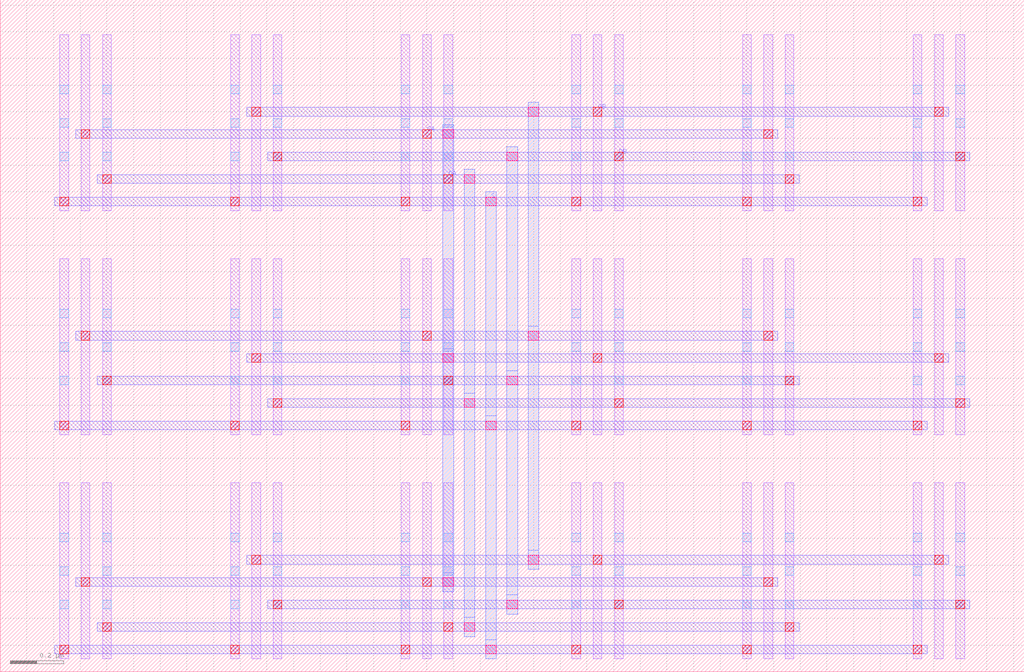
<source format=lef>
MACRO CMC_NMOS_n12_X3_Y1
  ORIGIN 0 0 ;
  FOREIGN CMC_NMOS_n12_X3_Y1 0 0 ;
  SIZE 3.8400 BY 0.8400 ;
  PIN SA
    DIRECTION INOUT ;
    USE SIGNAL ;
    PORT
      LAYER M2 ;
        RECT 0.2040 0.0680 2.8360 0.1000 ;
    END
  END SA
  PIN SB
    DIRECTION INOUT ;
    USE SIGNAL ;
    PORT
      LAYER M2 ;
        RECT 0.8440 0.2360 3.4760 0.2680 ;
    END
  END SB
  PIN DA
    DIRECTION INOUT ;
    USE SIGNAL ;
    PORT
      LAYER M2 ;
        RECT 0.3640 0.1520 2.9960 0.1840 ;
    END
  END DA
  PIN DB
    DIRECTION INOUT ;
    USE SIGNAL ;
    PORT
      LAYER M2 ;
        RECT 1.0040 0.3200 3.6360 0.3520 ;
    END
  END DB
  PIN G
    DIRECTION INOUT ;
    USE SIGNAL ;
    PORT
      LAYER M2 ;
        RECT 0.2840 0.4040 3.5560 0.4360 ;
    END
  END G
  OBS
    LAYER M1 ;
      RECT 0.3040 0.0480 0.3360 0.7080 ;
    LAYER M1 ;
      RECT 1.5840 0.0480 1.6160 0.7080 ;
    LAYER M1 ;
      RECT 2.8640 0.0480 2.8960 0.7080 ;
    LAYER M1 ;
      RECT 0.9440 0.0480 0.9760 0.7080 ;
    LAYER M1 ;
      RECT 2.2240 0.0480 2.2560 0.7080 ;
    LAYER M1 ;
      RECT 3.5040 0.0480 3.5360 0.7080 ;
    LAYER M1 ;
      RECT 0.2240 0.0480 0.2560 0.7080 ;
    LAYER V0 ;
      RECT 0.2240 0.2360 0.2560 0.2680 ;
    LAYER V0 ;
      RECT 0.2240 0.3620 0.2560 0.3940 ;
    LAYER V0 ;
      RECT 0.2240 0.4880 0.2560 0.5200 ;
    LAYER M1 ;
      RECT 1.5040 0.0480 1.5360 0.7080 ;
    LAYER V0 ;
      RECT 1.5040 0.2360 1.5360 0.2680 ;
    LAYER V0 ;
      RECT 1.5040 0.3620 1.5360 0.3940 ;
    LAYER V0 ;
      RECT 1.5040 0.4880 1.5360 0.5200 ;
    LAYER M1 ;
      RECT 2.7840 0.0480 2.8160 0.7080 ;
    LAYER V0 ;
      RECT 2.7840 0.2360 2.8160 0.2680 ;
    LAYER V0 ;
      RECT 2.7840 0.3620 2.8160 0.3940 ;
    LAYER V0 ;
      RECT 2.7840 0.4880 2.8160 0.5200 ;
    LAYER M1 ;
      RECT 0.8640 0.0480 0.8960 0.7080 ;
    LAYER V0 ;
      RECT 0.8640 0.2360 0.8960 0.2680 ;
    LAYER V0 ;
      RECT 0.8640 0.3620 0.8960 0.3940 ;
    LAYER V0 ;
      RECT 0.8640 0.4880 0.8960 0.5200 ;
    LAYER M1 ;
      RECT 2.1440 0.0480 2.1760 0.7080 ;
    LAYER V0 ;
      RECT 2.1440 0.2360 2.1760 0.2680 ;
    LAYER V0 ;
      RECT 2.1440 0.3620 2.1760 0.3940 ;
    LAYER V0 ;
      RECT 2.1440 0.4880 2.1760 0.5200 ;
    LAYER M1 ;
      RECT 3.4240 0.0480 3.4560 0.7080 ;
    LAYER V0 ;
      RECT 3.4240 0.2360 3.4560 0.2680 ;
    LAYER V0 ;
      RECT 3.4240 0.3620 3.4560 0.3940 ;
    LAYER V0 ;
      RECT 3.4240 0.4880 3.4560 0.5200 ;
    LAYER M1 ;
      RECT 0.3840 0.0480 0.4160 0.7080 ;
    LAYER V0 ;
      RECT 0.3840 0.2360 0.4160 0.2680 ;
    LAYER V0 ;
      RECT 0.3840 0.3620 0.4160 0.3940 ;
    LAYER V0 ;
      RECT 0.3840 0.4880 0.4160 0.5200 ;
    LAYER M1 ;
      RECT 1.6640 0.0480 1.6960 0.7080 ;
    LAYER V0 ;
      RECT 1.6640 0.2360 1.6960 0.2680 ;
    LAYER V0 ;
      RECT 1.6640 0.3620 1.6960 0.3940 ;
    LAYER V0 ;
      RECT 1.6640 0.4880 1.6960 0.5200 ;
    LAYER M1 ;
      RECT 2.9440 0.0480 2.9760 0.7080 ;
    LAYER V0 ;
      RECT 2.9440 0.2360 2.9760 0.2680 ;
    LAYER V0 ;
      RECT 2.9440 0.3620 2.9760 0.3940 ;
    LAYER V0 ;
      RECT 2.9440 0.4880 2.9760 0.5200 ;
    LAYER M1 ;
      RECT 1.0240 0.0480 1.0560 0.7080 ;
    LAYER V0 ;
      RECT 1.0240 0.2360 1.0560 0.2680 ;
    LAYER V0 ;
      RECT 1.0240 0.3620 1.0560 0.3940 ;
    LAYER V0 ;
      RECT 1.0240 0.4880 1.0560 0.5200 ;
    LAYER M1 ;
      RECT 2.3040 0.0480 2.3360 0.7080 ;
    LAYER V0 ;
      RECT 2.3040 0.2360 2.3360 0.2680 ;
    LAYER V0 ;
      RECT 2.3040 0.3620 2.3360 0.3940 ;
    LAYER V0 ;
      RECT 2.3040 0.4880 2.3360 0.5200 ;
    LAYER M1 ;
      RECT 3.5840 0.0480 3.6160 0.7080 ;
    LAYER V0 ;
      RECT 3.5840 0.2360 3.6160 0.2680 ;
    LAYER V0 ;
      RECT 3.5840 0.3620 3.6160 0.3940 ;
    LAYER V0 ;
      RECT 3.5840 0.4880 3.6160 0.5200 ;
    LAYER V1 ;
      RECT 0.2240 0.0680 0.2560 0.1000 ;
    LAYER V1 ;
      RECT 1.5040 0.0680 1.5360 0.1000 ;
    LAYER V1 ;
      RECT 2.7840 0.0680 2.8160 0.1000 ;
    LAYER V1 ;
      RECT 0.3840 0.1520 0.4160 0.1840 ;
    LAYER V1 ;
      RECT 1.6640 0.1520 1.6960 0.1840 ;
    LAYER V1 ;
      RECT 2.9440 0.1520 2.9760 0.1840 ;
    LAYER V1 ;
      RECT 0.8640 0.2360 0.8960 0.2680 ;
    LAYER V1 ;
      RECT 2.1440 0.2360 2.1760 0.2680 ;
    LAYER V1 ;
      RECT 3.4240 0.2360 3.4560 0.2680 ;
    LAYER V1 ;
      RECT 1.0240 0.3200 1.0560 0.3520 ;
    LAYER V1 ;
      RECT 2.3040 0.3200 2.3360 0.3520 ;
    LAYER V1 ;
      RECT 3.5840 0.3200 3.6160 0.3520 ;
    LAYER V1 ;
      RECT 0.3040 0.4040 0.3360 0.4360 ;
    LAYER V1 ;
      RECT 1.5840 0.4040 1.6160 0.4360 ;
    LAYER V1 ;
      RECT 2.8640 0.4040 2.8960 0.4360 ;
    LAYER V1 ;
      RECT 0.9440 0.4040 0.9760 0.4360 ;
    LAYER V1 ;
      RECT 2.2240 0.4040 2.2560 0.4360 ;
    LAYER V1 ;
      RECT 3.5040 0.4040 3.5360 0.4360 ;
  END
END CMC_NMOS_n12_X3_Y1
MACRO CMC_PMOS_n12_X2_Y1
  ORIGIN 0 0 ;
  FOREIGN CMC_PMOS_n12_X2_Y1 0 0 ;
  SIZE 2.5600 BY 0.8400 ;
  PIN SA
    DIRECTION INOUT ;
    USE SIGNAL ;
    PORT
      LAYER M2 ;
        RECT 0.2040 0.0680 2.3560 0.1000 ;
    END
  END SA
  PIN SB
    DIRECTION INOUT ;
    USE SIGNAL ;
    PORT
      LAYER M2 ;
        RECT 0.8440 0.2360 1.7160 0.2680 ;
    END
  END SB
  PIN DA
    DIRECTION INOUT ;
    USE SIGNAL ;
    PORT
      LAYER M2 ;
        RECT 0.3640 0.1520 2.1960 0.1840 ;
    END
  END DA
  PIN DB
    DIRECTION INOUT ;
    USE SIGNAL ;
    PORT
      LAYER M2 ;
        RECT 1.0040 0.3200 1.5560 0.3520 ;
    END
  END DB
  PIN G
    DIRECTION INOUT ;
    USE SIGNAL ;
    PORT
      LAYER M2 ;
        RECT 0.2840 0.4040 2.2760 0.4360 ;
    END
  END G
  OBS
    LAYER M1 ;
      RECT 0.3040 0.0480 0.3360 0.7080 ;
    LAYER M1 ;
      RECT 2.2240 0.0480 2.2560 0.7080 ;
    LAYER M1 ;
      RECT 0.9440 0.0480 0.9760 0.7080 ;
    LAYER M1 ;
      RECT 1.5840 0.0480 1.6160 0.7080 ;
    LAYER M1 ;
      RECT 0.2240 0.0480 0.2560 0.7080 ;
    LAYER V0 ;
      RECT 0.2240 0.2360 0.2560 0.2680 ;
    LAYER V0 ;
      RECT 0.2240 0.3620 0.2560 0.3940 ;
    LAYER V0 ;
      RECT 0.2240 0.4880 0.2560 0.5200 ;
    LAYER M1 ;
      RECT 2.3040 0.0480 2.3360 0.7080 ;
    LAYER V0 ;
      RECT 2.3040 0.2360 2.3360 0.2680 ;
    LAYER V0 ;
      RECT 2.3040 0.3620 2.3360 0.3940 ;
    LAYER V0 ;
      RECT 2.3040 0.4880 2.3360 0.5200 ;
    LAYER M1 ;
      RECT 0.8640 0.0480 0.8960 0.7080 ;
    LAYER V0 ;
      RECT 0.8640 0.2360 0.8960 0.2680 ;
    LAYER V0 ;
      RECT 0.8640 0.3620 0.8960 0.3940 ;
    LAYER V0 ;
      RECT 0.8640 0.4880 0.8960 0.5200 ;
    LAYER M1 ;
      RECT 1.6640 0.0480 1.6960 0.7080 ;
    LAYER V0 ;
      RECT 1.6640 0.2360 1.6960 0.2680 ;
    LAYER V0 ;
      RECT 1.6640 0.3620 1.6960 0.3940 ;
    LAYER V0 ;
      RECT 1.6640 0.4880 1.6960 0.5200 ;
    LAYER M1 ;
      RECT 0.3840 0.0480 0.4160 0.7080 ;
    LAYER V0 ;
      RECT 0.3840 0.2360 0.4160 0.2680 ;
    LAYER V0 ;
      RECT 0.3840 0.3620 0.4160 0.3940 ;
    LAYER V0 ;
      RECT 0.3840 0.4880 0.4160 0.5200 ;
    LAYER M1 ;
      RECT 2.1440 0.0480 2.1760 0.7080 ;
    LAYER V0 ;
      RECT 2.1440 0.2360 2.1760 0.2680 ;
    LAYER V0 ;
      RECT 2.1440 0.3620 2.1760 0.3940 ;
    LAYER V0 ;
      RECT 2.1440 0.4880 2.1760 0.5200 ;
    LAYER M1 ;
      RECT 1.0240 0.0480 1.0560 0.7080 ;
    LAYER V0 ;
      RECT 1.0240 0.2360 1.0560 0.2680 ;
    LAYER V0 ;
      RECT 1.0240 0.3620 1.0560 0.3940 ;
    LAYER V0 ;
      RECT 1.0240 0.4880 1.0560 0.5200 ;
    LAYER M1 ;
      RECT 1.5040 0.0480 1.5360 0.7080 ;
    LAYER V0 ;
      RECT 1.5040 0.2360 1.5360 0.2680 ;
    LAYER V0 ;
      RECT 1.5040 0.3620 1.5360 0.3940 ;
    LAYER V0 ;
      RECT 1.5040 0.4880 1.5360 0.5200 ;
    LAYER V1 ;
      RECT 0.2240 0.0680 0.2560 0.1000 ;
    LAYER V1 ;
      RECT 2.3040 0.0680 2.3360 0.1000 ;
    LAYER V1 ;
      RECT 0.3840 0.1520 0.4160 0.1840 ;
    LAYER V1 ;
      RECT 2.1440 0.1520 2.1760 0.1840 ;
    LAYER V1 ;
      RECT 0.8640 0.2360 0.8960 0.2680 ;
    LAYER V1 ;
      RECT 1.6640 0.2360 1.6960 0.2680 ;
    LAYER V1 ;
      RECT 1.0240 0.3200 1.0560 0.3520 ;
    LAYER V1 ;
      RECT 1.5040 0.3200 1.5360 0.3520 ;
    LAYER V1 ;
      RECT 0.3040 0.4040 0.3360 0.4360 ;
    LAYER V1 ;
      RECT 2.2240 0.4040 2.2560 0.4360 ;
    LAYER V1 ;
      RECT 0.9440 0.4040 0.9760 0.4360 ;
    LAYER V1 ;
      RECT 1.5840 0.4040 1.6160 0.4360 ;
  END
END CMC_PMOS_n12_X2_Y1
MACRO CMC_PMOS_S_n12_X1_Y1
  ORIGIN 0 0 ;
  FOREIGN CMC_PMOS_S_n12_X1_Y1 0 0 ;
  SIZE 1.2800 BY 0.8400 ;
  PIN S
    DIRECTION INOUT ;
    USE SIGNAL ;
    PORT
      LAYER M2 ;
        RECT 0.2040 0.0680 0.9160 0.1000 ;
    END
  END S
  PIN DA
    DIRECTION INOUT ;
    USE SIGNAL ;
    PORT
      LAYER M2 ;
        RECT 0.3640 0.1520 0.4360 0.1840 ;
    END
  END DA
  PIN DB
    DIRECTION INOUT ;
    USE SIGNAL ;
    PORT
      LAYER M2 ;
        RECT 1.0040 0.2360 1.0760 0.2680 ;
    END
  END DB
  PIN G
    DIRECTION INOUT ;
    USE SIGNAL ;
    PORT
      LAYER M2 ;
        RECT 0.2840 0.3200 0.9960 0.3520 ;
    END
  END G
  OBS
    LAYER M1 ;
      RECT 0.3040 0.0480 0.3360 0.7080 ;
    LAYER M1 ;
      RECT 0.9440 0.0480 0.9760 0.7080 ;
    LAYER M1 ;
      RECT 0.2240 0.0480 0.2560 0.7080 ;
    LAYER V0 ;
      RECT 0.2240 0.2360 0.2560 0.2680 ;
    LAYER V0 ;
      RECT 0.2240 0.3620 0.2560 0.3940 ;
    LAYER V0 ;
      RECT 0.2240 0.4880 0.2560 0.5200 ;
    LAYER M1 ;
      RECT 0.8640 0.0480 0.8960 0.7080 ;
    LAYER V0 ;
      RECT 0.8640 0.2360 0.8960 0.2680 ;
    LAYER V0 ;
      RECT 0.8640 0.3620 0.8960 0.3940 ;
    LAYER V0 ;
      RECT 0.8640 0.4880 0.8960 0.5200 ;
    LAYER M1 ;
      RECT 0.3840 0.0480 0.4160 0.7080 ;
    LAYER V0 ;
      RECT 0.3840 0.2360 0.4160 0.2680 ;
    LAYER V0 ;
      RECT 0.3840 0.3620 0.4160 0.3940 ;
    LAYER V0 ;
      RECT 0.3840 0.4880 0.4160 0.5200 ;
    LAYER M1 ;
      RECT 1.0240 0.0480 1.0560 0.7080 ;
    LAYER V0 ;
      RECT 1.0240 0.2360 1.0560 0.2680 ;
    LAYER V0 ;
      RECT 1.0240 0.3620 1.0560 0.3940 ;
    LAYER V0 ;
      RECT 1.0240 0.4880 1.0560 0.5200 ;
    LAYER V1 ;
      RECT 0.2240 0.0680 0.2560 0.1000 ;
    LAYER V1 ;
      RECT 0.8640 0.0680 0.8960 0.1000 ;
    LAYER V1 ;
      RECT 0.3840 0.1520 0.4160 0.1840 ;
    LAYER V1 ;
      RECT 1.0240 0.2360 1.0560 0.2680 ;
    LAYER V1 ;
      RECT 0.3040 0.3200 0.3360 0.3520 ;
    LAYER V1 ;
      RECT 0.9440 0.3200 0.9760 0.3520 ;
  END
END CMC_PMOS_S_n12_X1_Y1
MACRO DCL_NMOS_n12_X2_Y1
  ORIGIN 0 0 ;
  FOREIGN DCL_NMOS_n12_X2_Y1 0 0 ;
  SIZE 1.2800 BY 0.8400 ;
  PIN S
    DIRECTION INOUT ;
    USE SIGNAL ;
    PORT
      LAYER M2 ;
        RECT 0.2040 0.0680 0.9160 0.1000 ;
    END
  END S
  PIN D
    DIRECTION INOUT ;
    USE SIGNAL ;
    PORT
      LAYER M2 ;
        RECT 0.2840 0.1520 1.0760 0.1840 ;
    END
  END D
  OBS
    LAYER M1 ;
      RECT 0.3040 0.0480 0.3360 0.7080 ;
    LAYER M1 ;
      RECT 0.9440 0.0480 0.9760 0.7080 ;
    LAYER M1 ;
      RECT 0.2240 0.0480 0.2560 0.7080 ;
    LAYER V0 ;
      RECT 0.2240 0.2360 0.2560 0.2680 ;
    LAYER V0 ;
      RECT 0.2240 0.3620 0.2560 0.3940 ;
    LAYER V0 ;
      RECT 0.2240 0.4880 0.2560 0.5200 ;
    LAYER M1 ;
      RECT 0.8640 0.0480 0.8960 0.7080 ;
    LAYER V0 ;
      RECT 0.8640 0.2360 0.8960 0.2680 ;
    LAYER V0 ;
      RECT 0.8640 0.3620 0.8960 0.3940 ;
    LAYER V0 ;
      RECT 0.8640 0.4880 0.8960 0.5200 ;
    LAYER M1 ;
      RECT 0.3840 0.0480 0.4160 0.7080 ;
    LAYER V0 ;
      RECT 0.3840 0.2360 0.4160 0.2680 ;
    LAYER V0 ;
      RECT 0.3840 0.3620 0.4160 0.3940 ;
    LAYER V0 ;
      RECT 0.3840 0.4880 0.4160 0.5200 ;
    LAYER M1 ;
      RECT 1.0240 0.0480 1.0560 0.7080 ;
    LAYER V0 ;
      RECT 1.0240 0.2360 1.0560 0.2680 ;
    LAYER V0 ;
      RECT 1.0240 0.3620 1.0560 0.3940 ;
    LAYER V0 ;
      RECT 1.0240 0.4880 1.0560 0.5200 ;
    LAYER V1 ;
      RECT 0.2240 0.0680 0.2560 0.1000 ;
    LAYER V1 ;
      RECT 0.8640 0.0680 0.8960 0.1000 ;
    LAYER V1 ;
      RECT 0.3040 0.1520 0.3360 0.1840 ;
    LAYER V1 ;
      RECT 0.9440 0.1520 0.9760 0.1840 ;
    LAYER V1 ;
      RECT 0.3840 0.1520 0.4160 0.1840 ;
    LAYER V1 ;
      RECT 1.0240 0.1520 1.0560 0.1840 ;
  END
END DCL_NMOS_n12_X2_Y1
MACRO DP_NMOS_n12_X3_Y3
  ORIGIN 0 0 ;
  FOREIGN DP_NMOS_n12_X3_Y3 0 0 ;
  SIZE 3.8400 BY 2.5200 ;
  PIN S
    DIRECTION INOUT ;
    USE SIGNAL ;
    PORT
      LAYER M2 ;
        RECT 0.2040 0.0680 3.4760 0.1000 ;
      LAYER M2 ;
        RECT 0.2040 0.9080 3.4760 0.9400 ;
      LAYER M2 ;
        RECT 0.2040 1.7480 3.4760 1.7800 ;
    END
  END S
  PIN DA
    DIRECTION INOUT ;
    USE SIGNAL ;
    PORT
      LAYER M2 ;
        RECT 0.3640 0.1520 2.9960 0.1840 ;
      LAYER M2 ;
        RECT 1.0040 0.9920 3.6360 1.0240 ;
      LAYER M2 ;
        RECT 0.3640 1.8320 2.9960 1.8640 ;
    END
  END DA
  PIN DB
    DIRECTION INOUT ;
    USE SIGNAL ;
    PORT
      LAYER M2 ;
        RECT 1.0040 0.2360 3.6360 0.2680 ;
      LAYER M2 ;
        RECT 0.3640 1.0760 2.9960 1.1080 ;
      LAYER M2 ;
        RECT 1.0040 1.9160 3.6360 1.9480 ;
    END
  END DB
  PIN GA
    DIRECTION INOUT ;
    USE SIGNAL ;
    PORT
      LAYER M2 ;
        RECT 0.2840 0.3200 2.9160 0.3520 ;
      LAYER M2 ;
        RECT 0.9240 1.1600 3.5560 1.1920 ;
      LAYER M2 ;
        RECT 0.2840 2.0000 2.9160 2.0320 ;
    END
  END GA
  PIN GB
    DIRECTION INOUT ;
    USE SIGNAL ;
    PORT
      LAYER M2 ;
        RECT 0.9240 0.4040 3.5560 0.4360 ;
      LAYER M2 ;
        RECT 0.2840 1.2440 2.9160 1.2760 ;
      LAYER M2 ;
        RECT 0.9240 2.0840 3.5560 2.1160 ;
    END
  END GB
  OBS
    LAYER M1 ;
      RECT 0.3040 0.0480 0.3360 0.7080 ;
    LAYER M1 ;
      RECT 1.5840 0.0480 1.6160 0.7080 ;
    LAYER M1 ;
      RECT 2.8640 0.0480 2.8960 0.7080 ;
    LAYER M1 ;
      RECT 0.9440 0.0480 0.9760 0.7080 ;
    LAYER M1 ;
      RECT 2.2240 0.0480 2.2560 0.7080 ;
    LAYER M1 ;
      RECT 3.5040 0.0480 3.5360 0.7080 ;
    LAYER M1 ;
      RECT 0.2240 0.0480 0.2560 0.7080 ;
    LAYER V0 ;
      RECT 0.2240 0.2360 0.2560 0.2680 ;
    LAYER V0 ;
      RECT 0.2240 0.3620 0.2560 0.3940 ;
    LAYER V0 ;
      RECT 0.2240 0.4880 0.2560 0.5200 ;
    LAYER M1 ;
      RECT 1.5040 0.0480 1.5360 0.7080 ;
    LAYER V0 ;
      RECT 1.5040 0.2360 1.5360 0.2680 ;
    LAYER V0 ;
      RECT 1.5040 0.3620 1.5360 0.3940 ;
    LAYER V0 ;
      RECT 1.5040 0.4880 1.5360 0.5200 ;
    LAYER M1 ;
      RECT 2.7840 0.0480 2.8160 0.7080 ;
    LAYER V0 ;
      RECT 2.7840 0.2360 2.8160 0.2680 ;
    LAYER V0 ;
      RECT 2.7840 0.3620 2.8160 0.3940 ;
    LAYER V0 ;
      RECT 2.7840 0.4880 2.8160 0.5200 ;
    LAYER M1 ;
      RECT 0.8640 0.0480 0.8960 0.7080 ;
    LAYER V0 ;
      RECT 0.8640 0.2360 0.8960 0.2680 ;
    LAYER V0 ;
      RECT 0.8640 0.3620 0.8960 0.3940 ;
    LAYER V0 ;
      RECT 0.8640 0.4880 0.8960 0.5200 ;
    LAYER M1 ;
      RECT 2.1440 0.0480 2.1760 0.7080 ;
    LAYER V0 ;
      RECT 2.1440 0.2360 2.1760 0.2680 ;
    LAYER V0 ;
      RECT 2.1440 0.3620 2.1760 0.3940 ;
    LAYER V0 ;
      RECT 2.1440 0.4880 2.1760 0.5200 ;
    LAYER M1 ;
      RECT 3.4240 0.0480 3.4560 0.7080 ;
    LAYER V0 ;
      RECT 3.4240 0.2360 3.4560 0.2680 ;
    LAYER V0 ;
      RECT 3.4240 0.3620 3.4560 0.3940 ;
    LAYER V0 ;
      RECT 3.4240 0.4880 3.4560 0.5200 ;
    LAYER M1 ;
      RECT 0.3840 0.0480 0.4160 0.7080 ;
    LAYER V0 ;
      RECT 0.3840 0.2360 0.4160 0.2680 ;
    LAYER V0 ;
      RECT 0.3840 0.3620 0.4160 0.3940 ;
    LAYER V0 ;
      RECT 0.3840 0.4880 0.4160 0.5200 ;
    LAYER M1 ;
      RECT 1.6640 0.0480 1.6960 0.7080 ;
    LAYER V0 ;
      RECT 1.6640 0.2360 1.6960 0.2680 ;
    LAYER V0 ;
      RECT 1.6640 0.3620 1.6960 0.3940 ;
    LAYER V0 ;
      RECT 1.6640 0.4880 1.6960 0.5200 ;
    LAYER M1 ;
      RECT 2.9440 0.0480 2.9760 0.7080 ;
    LAYER V0 ;
      RECT 2.9440 0.2360 2.9760 0.2680 ;
    LAYER V0 ;
      RECT 2.9440 0.3620 2.9760 0.3940 ;
    LAYER V0 ;
      RECT 2.9440 0.4880 2.9760 0.5200 ;
    LAYER M1 ;
      RECT 1.0240 0.0480 1.0560 0.7080 ;
    LAYER V0 ;
      RECT 1.0240 0.2360 1.0560 0.2680 ;
    LAYER V0 ;
      RECT 1.0240 0.3620 1.0560 0.3940 ;
    LAYER V0 ;
      RECT 1.0240 0.4880 1.0560 0.5200 ;
    LAYER M1 ;
      RECT 2.3040 0.0480 2.3360 0.7080 ;
    LAYER V0 ;
      RECT 2.3040 0.2360 2.3360 0.2680 ;
    LAYER V0 ;
      RECT 2.3040 0.3620 2.3360 0.3940 ;
    LAYER V0 ;
      RECT 2.3040 0.4880 2.3360 0.5200 ;
    LAYER M1 ;
      RECT 3.5840 0.0480 3.6160 0.7080 ;
    LAYER V0 ;
      RECT 3.5840 0.2360 3.6160 0.2680 ;
    LAYER V0 ;
      RECT 3.5840 0.3620 3.6160 0.3940 ;
    LAYER V0 ;
      RECT 3.5840 0.4880 3.6160 0.5200 ;
    LAYER M3 ;
      RECT 1.8200 0.0480 1.8600 0.1200 ;
    LAYER V2 ;
      RECT 1.8200 0.0680 1.8600 0.1000 ;
    LAYER V2 ;
      RECT 1.8200 0.0680 1.8600 0.1000 ;
    LAYER V1 ;
      RECT 0.2240 0.0680 0.2560 0.1000 ;
    LAYER V1 ;
      RECT 1.5040 0.0680 1.5360 0.1000 ;
    LAYER V1 ;
      RECT 2.7840 0.0680 2.8160 0.1000 ;
    LAYER V1 ;
      RECT 0.8640 0.0680 0.8960 0.1000 ;
    LAYER V1 ;
      RECT 2.1440 0.0680 2.1760 0.1000 ;
    LAYER V1 ;
      RECT 3.4240 0.0680 3.4560 0.1000 ;
    LAYER M3 ;
      RECT 1.7400 0.1320 1.7800 0.2040 ;
    LAYER V2 ;
      RECT 1.7400 0.1520 1.7800 0.1840 ;
    LAYER V2 ;
      RECT 1.7400 0.1520 1.7800 0.1840 ;
    LAYER V1 ;
      RECT 0.3840 0.1520 0.4160 0.1840 ;
    LAYER V1 ;
      RECT 1.6640 0.1520 1.6960 0.1840 ;
    LAYER V1 ;
      RECT 2.9440 0.1520 2.9760 0.1840 ;
    LAYER M3 ;
      RECT 1.9000 0.2160 1.9400 0.2880 ;
    LAYER V2 ;
      RECT 1.9000 0.2360 1.9400 0.2680 ;
    LAYER V2 ;
      RECT 1.9000 0.2360 1.9400 0.2680 ;
    LAYER V1 ;
      RECT 1.0240 0.2360 1.0560 0.2680 ;
    LAYER V1 ;
      RECT 2.3040 0.2360 2.3360 0.2680 ;
    LAYER V1 ;
      RECT 3.5840 0.2360 3.6160 0.2680 ;
    LAYER M3 ;
      RECT 1.6600 0.3000 1.7000 0.3720 ;
    LAYER V2 ;
      RECT 1.6600 0.3200 1.7000 0.3520 ;
    LAYER V2 ;
      RECT 1.6600 0.3200 1.7000 0.3520 ;
    LAYER V1 ;
      RECT 0.3040 0.3200 0.3360 0.3520 ;
    LAYER V1 ;
      RECT 1.5840 0.3200 1.6160 0.3520 ;
    LAYER V1 ;
      RECT 2.8640 0.3200 2.8960 0.3520 ;
    LAYER M3 ;
      RECT 1.9800 0.3840 2.0200 0.4560 ;
    LAYER V2 ;
      RECT 1.9800 0.4040 2.0200 0.4360 ;
    LAYER V2 ;
      RECT 1.9800 0.4040 2.0200 0.4360 ;
    LAYER V1 ;
      RECT 0.9440 0.4040 0.9760 0.4360 ;
    LAYER V1 ;
      RECT 2.2240 0.4040 2.2560 0.4360 ;
    LAYER V1 ;
      RECT 3.5040 0.4040 3.5360 0.4360 ;
    LAYER M1 ;
      RECT 0.3040 0.8880 0.3360 1.5480 ;
    LAYER M1 ;
      RECT 1.5840 0.8880 1.6160 1.5480 ;
    LAYER M1 ;
      RECT 2.8640 0.8880 2.8960 1.5480 ;
    LAYER M1 ;
      RECT 0.9440 0.8880 0.9760 1.5480 ;
    LAYER M1 ;
      RECT 2.2240 0.8880 2.2560 1.5480 ;
    LAYER M1 ;
      RECT 3.5040 0.8880 3.5360 1.5480 ;
    LAYER M1 ;
      RECT 0.2240 0.8880 0.2560 1.5480 ;
    LAYER V0 ;
      RECT 0.2240 1.0760 0.2560 1.1080 ;
    LAYER V0 ;
      RECT 0.2240 1.2020 0.2560 1.2340 ;
    LAYER V0 ;
      RECT 0.2240 1.3280 0.2560 1.3600 ;
    LAYER M1 ;
      RECT 1.5040 0.8880 1.5360 1.5480 ;
    LAYER V0 ;
      RECT 1.5040 1.0760 1.5360 1.1080 ;
    LAYER V0 ;
      RECT 1.5040 1.2020 1.5360 1.2340 ;
    LAYER V0 ;
      RECT 1.5040 1.3280 1.5360 1.3600 ;
    LAYER M1 ;
      RECT 2.7840 0.8880 2.8160 1.5480 ;
    LAYER V0 ;
      RECT 2.7840 1.0760 2.8160 1.1080 ;
    LAYER V0 ;
      RECT 2.7840 1.2020 2.8160 1.2340 ;
    LAYER V0 ;
      RECT 2.7840 1.3280 2.8160 1.3600 ;
    LAYER M1 ;
      RECT 0.8640 0.8880 0.8960 1.5480 ;
    LAYER V0 ;
      RECT 0.8640 1.0760 0.8960 1.1080 ;
    LAYER V0 ;
      RECT 0.8640 1.2020 0.8960 1.2340 ;
    LAYER V0 ;
      RECT 0.8640 1.3280 0.8960 1.3600 ;
    LAYER M1 ;
      RECT 2.1440 0.8880 2.1760 1.5480 ;
    LAYER V0 ;
      RECT 2.1440 1.0760 2.1760 1.1080 ;
    LAYER V0 ;
      RECT 2.1440 1.2020 2.1760 1.2340 ;
    LAYER V0 ;
      RECT 2.1440 1.3280 2.1760 1.3600 ;
    LAYER M1 ;
      RECT 3.4240 0.8880 3.4560 1.5480 ;
    LAYER V0 ;
      RECT 3.4240 1.0760 3.4560 1.1080 ;
    LAYER V0 ;
      RECT 3.4240 1.2020 3.4560 1.2340 ;
    LAYER V0 ;
      RECT 3.4240 1.3280 3.4560 1.3600 ;
    LAYER M1 ;
      RECT 0.3840 0.8880 0.4160 1.5480 ;
    LAYER V0 ;
      RECT 0.3840 1.0760 0.4160 1.1080 ;
    LAYER V0 ;
      RECT 0.3840 1.2020 0.4160 1.2340 ;
    LAYER V0 ;
      RECT 0.3840 1.3280 0.4160 1.3600 ;
    LAYER M1 ;
      RECT 1.6640 0.8880 1.6960 1.5480 ;
    LAYER V0 ;
      RECT 1.6640 1.0760 1.6960 1.1080 ;
    LAYER V0 ;
      RECT 1.6640 1.2020 1.6960 1.2340 ;
    LAYER V0 ;
      RECT 1.6640 1.3280 1.6960 1.3600 ;
    LAYER M1 ;
      RECT 2.9440 0.8880 2.9760 1.5480 ;
    LAYER V0 ;
      RECT 2.9440 1.0760 2.9760 1.1080 ;
    LAYER V0 ;
      RECT 2.9440 1.2020 2.9760 1.2340 ;
    LAYER V0 ;
      RECT 2.9440 1.3280 2.9760 1.3600 ;
    LAYER M1 ;
      RECT 1.0240 0.8880 1.0560 1.5480 ;
    LAYER V0 ;
      RECT 1.0240 1.0760 1.0560 1.1080 ;
    LAYER V0 ;
      RECT 1.0240 1.2020 1.0560 1.2340 ;
    LAYER V0 ;
      RECT 1.0240 1.3280 1.0560 1.3600 ;
    LAYER M1 ;
      RECT 2.3040 0.8880 2.3360 1.5480 ;
    LAYER V0 ;
      RECT 2.3040 1.0760 2.3360 1.1080 ;
    LAYER V0 ;
      RECT 2.3040 1.2020 2.3360 1.2340 ;
    LAYER V0 ;
      RECT 2.3040 1.3280 2.3360 1.3600 ;
    LAYER M1 ;
      RECT 3.5840 0.8880 3.6160 1.5480 ;
    LAYER V0 ;
      RECT 3.5840 1.0760 3.6160 1.1080 ;
    LAYER V0 ;
      RECT 3.5840 1.2020 3.6160 1.2340 ;
    LAYER V0 ;
      RECT 3.5840 1.3280 3.6160 1.3600 ;
    LAYER M3 ;
      RECT 1.8200 0.0480 1.8600 0.9600 ;
    LAYER V2 ;
      RECT 1.8200 0.0680 1.8600 0.1000 ;
    LAYER V2 ;
      RECT 1.8200 0.9080 1.8600 0.9400 ;
    LAYER V1 ;
      RECT 0.2240 0.9080 0.2560 0.9400 ;
    LAYER V1 ;
      RECT 1.5040 0.9080 1.5360 0.9400 ;
    LAYER V1 ;
      RECT 2.7840 0.9080 2.8160 0.9400 ;
    LAYER V1 ;
      RECT 0.8640 0.9080 0.8960 0.9400 ;
    LAYER V1 ;
      RECT 2.1440 0.9080 2.1760 0.9400 ;
    LAYER V1 ;
      RECT 3.4240 0.9080 3.4560 0.9400 ;
    LAYER M3 ;
      RECT 1.7400 0.1320 1.7800 1.0440 ;
    LAYER V2 ;
      RECT 1.7400 0.1520 1.7800 0.1840 ;
    LAYER V2 ;
      RECT 1.7400 0.9920 1.7800 1.0240 ;
    LAYER V1 ;
      RECT 1.0240 0.9920 1.0560 1.0240 ;
    LAYER V1 ;
      RECT 2.3040 0.9920 2.3360 1.0240 ;
    LAYER V1 ;
      RECT 3.5840 0.9920 3.6160 1.0240 ;
    LAYER M3 ;
      RECT 1.9000 0.2160 1.9400 1.1280 ;
    LAYER V2 ;
      RECT 1.9000 0.2360 1.9400 0.2680 ;
    LAYER V2 ;
      RECT 1.9000 1.0760 1.9400 1.1080 ;
    LAYER V1 ;
      RECT 0.3840 1.0760 0.4160 1.1080 ;
    LAYER V1 ;
      RECT 1.6640 1.0760 1.6960 1.1080 ;
    LAYER V1 ;
      RECT 2.9440 1.0760 2.9760 1.1080 ;
    LAYER M3 ;
      RECT 1.6600 0.3000 1.7000 1.2120 ;
    LAYER V2 ;
      RECT 1.6600 0.3200 1.7000 0.3520 ;
    LAYER V2 ;
      RECT 1.6600 1.1600 1.7000 1.1920 ;
    LAYER V1 ;
      RECT 0.9440 1.1600 0.9760 1.1920 ;
    LAYER V1 ;
      RECT 2.2240 1.1600 2.2560 1.1920 ;
    LAYER V1 ;
      RECT 3.5040 1.1600 3.5360 1.1920 ;
    LAYER M3 ;
      RECT 1.9800 0.3840 2.0200 1.2960 ;
    LAYER V2 ;
      RECT 1.9800 0.4040 2.0200 0.4360 ;
    LAYER V2 ;
      RECT 1.9800 1.2440 2.0200 1.2760 ;
    LAYER V1 ;
      RECT 0.3040 1.2440 0.3360 1.2760 ;
    LAYER V1 ;
      RECT 1.5840 1.2440 1.6160 1.2760 ;
    LAYER V1 ;
      RECT 2.8640 1.2440 2.8960 1.2760 ;
    LAYER M1 ;
      RECT 0.3040 1.7280 0.3360 2.3880 ;
    LAYER M1 ;
      RECT 1.5840 1.7280 1.6160 2.3880 ;
    LAYER M1 ;
      RECT 2.8640 1.7280 2.8960 2.3880 ;
    LAYER M1 ;
      RECT 0.9440 1.7280 0.9760 2.3880 ;
    LAYER M1 ;
      RECT 2.2240 1.7280 2.2560 2.3880 ;
    LAYER M1 ;
      RECT 3.5040 1.7280 3.5360 2.3880 ;
    LAYER M1 ;
      RECT 0.2240 1.7280 0.2560 2.3880 ;
    LAYER V0 ;
      RECT 0.2240 1.9160 0.2560 1.9480 ;
    LAYER V0 ;
      RECT 0.2240 2.0420 0.2560 2.0740 ;
    LAYER V0 ;
      RECT 0.2240 2.1680 0.2560 2.2000 ;
    LAYER M1 ;
      RECT 1.5040 1.7280 1.5360 2.3880 ;
    LAYER V0 ;
      RECT 1.5040 1.9160 1.5360 1.9480 ;
    LAYER V0 ;
      RECT 1.5040 2.0420 1.5360 2.0740 ;
    LAYER V0 ;
      RECT 1.5040 2.1680 1.5360 2.2000 ;
    LAYER M1 ;
      RECT 2.7840 1.7280 2.8160 2.3880 ;
    LAYER V0 ;
      RECT 2.7840 1.9160 2.8160 1.9480 ;
    LAYER V0 ;
      RECT 2.7840 2.0420 2.8160 2.0740 ;
    LAYER V0 ;
      RECT 2.7840 2.1680 2.8160 2.2000 ;
    LAYER M1 ;
      RECT 0.8640 1.7280 0.8960 2.3880 ;
    LAYER V0 ;
      RECT 0.8640 1.9160 0.8960 1.9480 ;
    LAYER V0 ;
      RECT 0.8640 2.0420 0.8960 2.0740 ;
    LAYER V0 ;
      RECT 0.8640 2.1680 0.8960 2.2000 ;
    LAYER M1 ;
      RECT 2.1440 1.7280 2.1760 2.3880 ;
    LAYER V0 ;
      RECT 2.1440 1.9160 2.1760 1.9480 ;
    LAYER V0 ;
      RECT 2.1440 2.0420 2.1760 2.0740 ;
    LAYER V0 ;
      RECT 2.1440 2.1680 2.1760 2.2000 ;
    LAYER M1 ;
      RECT 3.4240 1.7280 3.4560 2.3880 ;
    LAYER V0 ;
      RECT 3.4240 1.9160 3.4560 1.9480 ;
    LAYER V0 ;
      RECT 3.4240 2.0420 3.4560 2.0740 ;
    LAYER V0 ;
      RECT 3.4240 2.1680 3.4560 2.2000 ;
    LAYER M1 ;
      RECT 0.3840 1.7280 0.4160 2.3880 ;
    LAYER V0 ;
      RECT 0.3840 1.9160 0.4160 1.9480 ;
    LAYER V0 ;
      RECT 0.3840 2.0420 0.4160 2.0740 ;
    LAYER V0 ;
      RECT 0.3840 2.1680 0.4160 2.2000 ;
    LAYER M1 ;
      RECT 1.6640 1.7280 1.6960 2.3880 ;
    LAYER V0 ;
      RECT 1.6640 1.9160 1.6960 1.9480 ;
    LAYER V0 ;
      RECT 1.6640 2.0420 1.6960 2.0740 ;
    LAYER V0 ;
      RECT 1.6640 2.1680 1.6960 2.2000 ;
    LAYER M1 ;
      RECT 2.9440 1.7280 2.9760 2.3880 ;
    LAYER V0 ;
      RECT 2.9440 1.9160 2.9760 1.9480 ;
    LAYER V0 ;
      RECT 2.9440 2.0420 2.9760 2.0740 ;
    LAYER V0 ;
      RECT 2.9440 2.1680 2.9760 2.2000 ;
    LAYER M1 ;
      RECT 1.0240 1.7280 1.0560 2.3880 ;
    LAYER V0 ;
      RECT 1.0240 1.9160 1.0560 1.9480 ;
    LAYER V0 ;
      RECT 1.0240 2.0420 1.0560 2.0740 ;
    LAYER V0 ;
      RECT 1.0240 2.1680 1.0560 2.2000 ;
    LAYER M1 ;
      RECT 2.3040 1.7280 2.3360 2.3880 ;
    LAYER V0 ;
      RECT 2.3040 1.9160 2.3360 1.9480 ;
    LAYER V0 ;
      RECT 2.3040 2.0420 2.3360 2.0740 ;
    LAYER V0 ;
      RECT 2.3040 2.1680 2.3360 2.2000 ;
    LAYER M1 ;
      RECT 3.5840 1.7280 3.6160 2.3880 ;
    LAYER V0 ;
      RECT 3.5840 1.9160 3.6160 1.9480 ;
    LAYER V0 ;
      RECT 3.5840 2.0420 3.6160 2.0740 ;
    LAYER V0 ;
      RECT 3.5840 2.1680 3.6160 2.2000 ;
    LAYER M3 ;
      RECT 1.8200 0.0480 1.8600 1.8000 ;
    LAYER V2 ;
      RECT 1.8200 0.0680 1.8600 0.1000 ;
    LAYER V2 ;
      RECT 1.8200 1.7480 1.8600 1.7800 ;
    LAYER V1 ;
      RECT 0.2240 1.7480 0.2560 1.7800 ;
    LAYER V1 ;
      RECT 1.5040 1.7480 1.5360 1.7800 ;
    LAYER V1 ;
      RECT 2.7840 1.7480 2.8160 1.7800 ;
    LAYER V1 ;
      RECT 0.8640 1.7480 0.8960 1.7800 ;
    LAYER V1 ;
      RECT 2.1440 1.7480 2.1760 1.7800 ;
    LAYER V1 ;
      RECT 3.4240 1.7480 3.4560 1.7800 ;
    LAYER M3 ;
      RECT 1.7400 0.1320 1.7800 1.8840 ;
    LAYER V2 ;
      RECT 1.7400 0.1520 1.7800 0.1840 ;
    LAYER V2 ;
      RECT 1.7400 1.8320 1.7800 1.8640 ;
    LAYER V1 ;
      RECT 0.3840 1.8320 0.4160 1.8640 ;
    LAYER V1 ;
      RECT 1.6640 1.8320 1.6960 1.8640 ;
    LAYER V1 ;
      RECT 2.9440 1.8320 2.9760 1.8640 ;
    LAYER M3 ;
      RECT 1.9000 0.2160 1.9400 1.9680 ;
    LAYER V2 ;
      RECT 1.9000 0.2360 1.9400 0.2680 ;
    LAYER V2 ;
      RECT 1.9000 1.9160 1.9400 1.9480 ;
    LAYER V1 ;
      RECT 1.0240 1.9160 1.0560 1.9480 ;
    LAYER V1 ;
      RECT 2.3040 1.9160 2.3360 1.9480 ;
    LAYER V1 ;
      RECT 3.5840 1.9160 3.6160 1.9480 ;
    LAYER M3 ;
      RECT 1.6600 0.3000 1.7000 2.0520 ;
    LAYER V2 ;
      RECT 1.6600 0.3200 1.7000 0.3520 ;
    LAYER V2 ;
      RECT 1.6600 2.0000 1.7000 2.0320 ;
    LAYER V1 ;
      RECT 0.3040 2.0000 0.3360 2.0320 ;
    LAYER V1 ;
      RECT 1.5840 2.0000 1.6160 2.0320 ;
    LAYER V1 ;
      RECT 2.8640 2.0000 2.8960 2.0320 ;
    LAYER M3 ;
      RECT 1.9800 0.3840 2.0200 2.1360 ;
    LAYER V2 ;
      RECT 1.9800 0.4040 2.0200 0.4360 ;
    LAYER V2 ;
      RECT 1.9800 2.0840 2.0200 2.1160 ;
    LAYER V1 ;
      RECT 0.9440 2.0840 0.9760 2.1160 ;
    LAYER V1 ;
      RECT 2.2240 2.0840 2.2560 2.1160 ;
    LAYER V1 ;
      RECT 3.5040 2.0840 3.5360 2.1160 ;
  END
END DP_NMOS_n12_X3_Y3
MACRO Switch_NMOS_n12_X3_Y1
  ORIGIN 0 0 ;
  FOREIGN Switch_NMOS_n12_X3_Y1 0 0 ;
  SIZE 1.9200 BY 0.8400 ;
  PIN S
    DIRECTION INOUT ;
    USE SIGNAL ;
    PORT
      LAYER M2 ;
        RECT 0.2040 0.0680 1.5560 0.1000 ;
    END
  END S
  PIN G
    DIRECTION INOUT ;
    USE SIGNAL ;
    PORT
      LAYER M2 ;
        RECT 0.2840 0.2360 1.6360 0.2680 ;
    END
  END G
  PIN D
    DIRECTION INOUT ;
    USE SIGNAL ;
    PORT
      LAYER M2 ;
        RECT 0.3640 0.1520 1.7160 0.1840 ;
    END
  END D
  OBS
    LAYER M1 ;
      RECT 0.3040 0.0480 0.3360 0.7080 ;
    LAYER M1 ;
      RECT 0.9440 0.0480 0.9760 0.7080 ;
    LAYER M1 ;
      RECT 1.5840 0.0480 1.6160 0.7080 ;
    LAYER M1 ;
      RECT 0.2240 0.0480 0.2560 0.7080 ;
    LAYER V0 ;
      RECT 0.2240 0.2360 0.2560 0.2680 ;
    LAYER V0 ;
      RECT 0.2240 0.3620 0.2560 0.3940 ;
    LAYER V0 ;
      RECT 0.2240 0.4880 0.2560 0.5200 ;
    LAYER M1 ;
      RECT 0.8640 0.0480 0.8960 0.7080 ;
    LAYER V0 ;
      RECT 0.8640 0.2360 0.8960 0.2680 ;
    LAYER V0 ;
      RECT 0.8640 0.3620 0.8960 0.3940 ;
    LAYER V0 ;
      RECT 0.8640 0.4880 0.8960 0.5200 ;
    LAYER M1 ;
      RECT 1.5040 0.0480 1.5360 0.7080 ;
    LAYER V0 ;
      RECT 1.5040 0.2360 1.5360 0.2680 ;
    LAYER V0 ;
      RECT 1.5040 0.3620 1.5360 0.3940 ;
    LAYER V0 ;
      RECT 1.5040 0.4880 1.5360 0.5200 ;
    LAYER M1 ;
      RECT 0.3840 0.0480 0.4160 0.7080 ;
    LAYER V0 ;
      RECT 0.3840 0.2360 0.4160 0.2680 ;
    LAYER V0 ;
      RECT 0.3840 0.3620 0.4160 0.3940 ;
    LAYER V0 ;
      RECT 0.3840 0.4880 0.4160 0.5200 ;
    LAYER M1 ;
      RECT 1.0240 0.0480 1.0560 0.7080 ;
    LAYER V0 ;
      RECT 1.0240 0.2360 1.0560 0.2680 ;
    LAYER V0 ;
      RECT 1.0240 0.3620 1.0560 0.3940 ;
    LAYER V0 ;
      RECT 1.0240 0.4880 1.0560 0.5200 ;
    LAYER M1 ;
      RECT 1.6640 0.0480 1.6960 0.7080 ;
    LAYER V0 ;
      RECT 1.6640 0.2360 1.6960 0.2680 ;
    LAYER V0 ;
      RECT 1.6640 0.3620 1.6960 0.3940 ;
    LAYER V0 ;
      RECT 1.6640 0.4880 1.6960 0.5200 ;
    LAYER V1 ;
      RECT 0.2240 0.0680 0.2560 0.1000 ;
    LAYER V1 ;
      RECT 0.8640 0.0680 0.8960 0.1000 ;
    LAYER V1 ;
      RECT 1.5040 0.0680 1.5360 0.1000 ;
    LAYER V1 ;
      RECT 0.3840 0.1520 0.4160 0.1840 ;
    LAYER V1 ;
      RECT 1.0240 0.1520 1.0560 0.1840 ;
    LAYER V1 ;
      RECT 1.6640 0.1520 1.6960 0.1840 ;
    LAYER V1 ;
      RECT 0.3040 0.2360 0.3360 0.2680 ;
    LAYER V1 ;
      RECT 0.9440 0.2360 0.9760 0.2680 ;
    LAYER V1 ;
      RECT 1.5840 0.2360 1.6160 0.2680 ;
  END
END Switch_NMOS_n12_X3_Y1
MACRO Switch_NMOS_n12_X3_Y3
  ORIGIN 0 0 ;
  FOREIGN Switch_NMOS_n12_X3_Y3 0 0 ;
  SIZE 1.9200 BY 2.5200 ;
  PIN S
    DIRECTION INOUT ;
    USE SIGNAL ;
    PORT
      LAYER M2 ;
        RECT 0.2040 0.0680 1.5560 0.1000 ;
      LAYER M2 ;
        RECT 0.2040 0.9080 1.5560 0.9400 ;
      LAYER M2 ;
        RECT 0.2040 1.7480 1.5560 1.7800 ;
    END
  END S
  PIN G
    DIRECTION INOUT ;
    USE SIGNAL ;
    PORT
      LAYER M2 ;
        RECT 0.2840 0.2360 1.6360 0.2680 ;
      LAYER M2 ;
        RECT 0.2840 1.0760 1.6360 1.1080 ;
      LAYER M2 ;
        RECT 0.2840 1.9160 1.6360 1.9480 ;
    END
  END G
  PIN D
    DIRECTION INOUT ;
    USE SIGNAL ;
    PORT
      LAYER M2 ;
        RECT 0.3640 0.1520 1.7160 0.1840 ;
      LAYER M2 ;
        RECT 0.3640 0.9920 1.7160 1.0240 ;
      LAYER M2 ;
        RECT 0.3640 1.8320 1.7160 1.8640 ;
    END
  END D
  OBS
    LAYER M1 ;
      RECT 0.3040 0.0480 0.3360 0.7080 ;
    LAYER M1 ;
      RECT 0.9440 0.0480 0.9760 0.7080 ;
    LAYER M1 ;
      RECT 1.5840 0.0480 1.6160 0.7080 ;
    LAYER M1 ;
      RECT 0.2240 0.0480 0.2560 0.7080 ;
    LAYER V0 ;
      RECT 0.2240 0.2360 0.2560 0.2680 ;
    LAYER V0 ;
      RECT 0.2240 0.3620 0.2560 0.3940 ;
    LAYER V0 ;
      RECT 0.2240 0.4880 0.2560 0.5200 ;
    LAYER M1 ;
      RECT 0.8640 0.0480 0.8960 0.7080 ;
    LAYER V0 ;
      RECT 0.8640 0.2360 0.8960 0.2680 ;
    LAYER V0 ;
      RECT 0.8640 0.3620 0.8960 0.3940 ;
    LAYER V0 ;
      RECT 0.8640 0.4880 0.8960 0.5200 ;
    LAYER M1 ;
      RECT 1.5040 0.0480 1.5360 0.7080 ;
    LAYER V0 ;
      RECT 1.5040 0.2360 1.5360 0.2680 ;
    LAYER V0 ;
      RECT 1.5040 0.3620 1.5360 0.3940 ;
    LAYER V0 ;
      RECT 1.5040 0.4880 1.5360 0.5200 ;
    LAYER M1 ;
      RECT 0.3840 0.0480 0.4160 0.7080 ;
    LAYER V0 ;
      RECT 0.3840 0.2360 0.4160 0.2680 ;
    LAYER V0 ;
      RECT 0.3840 0.3620 0.4160 0.3940 ;
    LAYER V0 ;
      RECT 0.3840 0.4880 0.4160 0.5200 ;
    LAYER M1 ;
      RECT 1.0240 0.0480 1.0560 0.7080 ;
    LAYER V0 ;
      RECT 1.0240 0.2360 1.0560 0.2680 ;
    LAYER V0 ;
      RECT 1.0240 0.3620 1.0560 0.3940 ;
    LAYER V0 ;
      RECT 1.0240 0.4880 1.0560 0.5200 ;
    LAYER M1 ;
      RECT 1.6640 0.0480 1.6960 0.7080 ;
    LAYER V0 ;
      RECT 1.6640 0.2360 1.6960 0.2680 ;
    LAYER V0 ;
      RECT 1.6640 0.3620 1.6960 0.3940 ;
    LAYER V0 ;
      RECT 1.6640 0.4880 1.6960 0.5200 ;
    LAYER M3 ;
      RECT 0.8600 0.0480 0.9000 0.1200 ;
    LAYER V2 ;
      RECT 0.8600 0.0680 0.9000 0.1000 ;
    LAYER V2 ;
      RECT 0.8600 0.0680 0.9000 0.1000 ;
    LAYER V1 ;
      RECT 0.2240 0.0680 0.2560 0.1000 ;
    LAYER V1 ;
      RECT 0.8640 0.0680 0.8960 0.1000 ;
    LAYER V1 ;
      RECT 1.5040 0.0680 1.5360 0.1000 ;
    LAYER M3 ;
      RECT 0.9400 0.1320 0.9800 0.2040 ;
    LAYER V2 ;
      RECT 0.9400 0.1520 0.9800 0.1840 ;
    LAYER V2 ;
      RECT 0.9400 0.1520 0.9800 0.1840 ;
    LAYER V1 ;
      RECT 0.3840 0.1520 0.4160 0.1840 ;
    LAYER V1 ;
      RECT 1.0240 0.1520 1.0560 0.1840 ;
    LAYER V1 ;
      RECT 1.6640 0.1520 1.6960 0.1840 ;
    LAYER M3 ;
      RECT 0.7800 0.2160 0.8200 0.2880 ;
    LAYER V2 ;
      RECT 0.7800 0.2360 0.8200 0.2680 ;
    LAYER V2 ;
      RECT 0.7800 0.2360 0.8200 0.2680 ;
    LAYER V1 ;
      RECT 0.3040 0.2360 0.3360 0.2680 ;
    LAYER V1 ;
      RECT 0.9440 0.2360 0.9760 0.2680 ;
    LAYER V1 ;
      RECT 1.5840 0.2360 1.6160 0.2680 ;
    LAYER M1 ;
      RECT 0.3040 0.8880 0.3360 1.5480 ;
    LAYER M1 ;
      RECT 0.9440 0.8880 0.9760 1.5480 ;
    LAYER M1 ;
      RECT 1.5840 0.8880 1.6160 1.5480 ;
    LAYER M1 ;
      RECT 0.2240 0.8880 0.2560 1.5480 ;
    LAYER V0 ;
      RECT 0.2240 1.0760 0.2560 1.1080 ;
    LAYER V0 ;
      RECT 0.2240 1.2020 0.2560 1.2340 ;
    LAYER V0 ;
      RECT 0.2240 1.3280 0.2560 1.3600 ;
    LAYER M1 ;
      RECT 0.8640 0.8880 0.8960 1.5480 ;
    LAYER V0 ;
      RECT 0.8640 1.0760 0.8960 1.1080 ;
    LAYER V0 ;
      RECT 0.8640 1.2020 0.8960 1.2340 ;
    LAYER V0 ;
      RECT 0.8640 1.3280 0.8960 1.3600 ;
    LAYER M1 ;
      RECT 1.5040 0.8880 1.5360 1.5480 ;
    LAYER V0 ;
      RECT 1.5040 1.0760 1.5360 1.1080 ;
    LAYER V0 ;
      RECT 1.5040 1.2020 1.5360 1.2340 ;
    LAYER V0 ;
      RECT 1.5040 1.3280 1.5360 1.3600 ;
    LAYER M1 ;
      RECT 0.3840 0.8880 0.4160 1.5480 ;
    LAYER V0 ;
      RECT 0.3840 1.0760 0.4160 1.1080 ;
    LAYER V0 ;
      RECT 0.3840 1.2020 0.4160 1.2340 ;
    LAYER V0 ;
      RECT 0.3840 1.3280 0.4160 1.3600 ;
    LAYER M1 ;
      RECT 1.0240 0.8880 1.0560 1.5480 ;
    LAYER V0 ;
      RECT 1.0240 1.0760 1.0560 1.1080 ;
    LAYER V0 ;
      RECT 1.0240 1.2020 1.0560 1.2340 ;
    LAYER V0 ;
      RECT 1.0240 1.3280 1.0560 1.3600 ;
    LAYER M1 ;
      RECT 1.6640 0.8880 1.6960 1.5480 ;
    LAYER V0 ;
      RECT 1.6640 1.0760 1.6960 1.1080 ;
    LAYER V0 ;
      RECT 1.6640 1.2020 1.6960 1.2340 ;
    LAYER V0 ;
      RECT 1.6640 1.3280 1.6960 1.3600 ;
    LAYER M3 ;
      RECT 0.8600 0.0480 0.9000 0.9600 ;
    LAYER V2 ;
      RECT 0.8600 0.0680 0.9000 0.1000 ;
    LAYER V2 ;
      RECT 0.8600 0.9080 0.9000 0.9400 ;
    LAYER V1 ;
      RECT 0.2240 0.9080 0.2560 0.9400 ;
    LAYER V1 ;
      RECT 0.8640 0.9080 0.8960 0.9400 ;
    LAYER V1 ;
      RECT 1.5040 0.9080 1.5360 0.9400 ;
    LAYER M3 ;
      RECT 0.9400 0.1320 0.9800 1.0440 ;
    LAYER V2 ;
      RECT 0.9400 0.1520 0.9800 0.1840 ;
    LAYER V2 ;
      RECT 0.9400 0.9920 0.9800 1.0240 ;
    LAYER V1 ;
      RECT 0.3840 0.9920 0.4160 1.0240 ;
    LAYER V1 ;
      RECT 1.0240 0.9920 1.0560 1.0240 ;
    LAYER V1 ;
      RECT 1.6640 0.9920 1.6960 1.0240 ;
    LAYER M3 ;
      RECT 0.7800 0.2160 0.8200 1.1280 ;
    LAYER V2 ;
      RECT 0.7800 0.2360 0.8200 0.2680 ;
    LAYER V2 ;
      RECT 0.7800 1.0760 0.8200 1.1080 ;
    LAYER V1 ;
      RECT 0.3040 1.0760 0.3360 1.1080 ;
    LAYER V1 ;
      RECT 0.9440 1.0760 0.9760 1.1080 ;
    LAYER V1 ;
      RECT 1.5840 1.0760 1.6160 1.1080 ;
    LAYER M1 ;
      RECT 0.3040 1.7280 0.3360 2.3880 ;
    LAYER M1 ;
      RECT 0.9440 1.7280 0.9760 2.3880 ;
    LAYER M1 ;
      RECT 1.5840 1.7280 1.6160 2.3880 ;
    LAYER M1 ;
      RECT 0.2240 1.7280 0.2560 2.3880 ;
    LAYER V0 ;
      RECT 0.2240 1.9160 0.2560 1.9480 ;
    LAYER V0 ;
      RECT 0.2240 2.0420 0.2560 2.0740 ;
    LAYER V0 ;
      RECT 0.2240 2.1680 0.2560 2.2000 ;
    LAYER M1 ;
      RECT 0.8640 1.7280 0.8960 2.3880 ;
    LAYER V0 ;
      RECT 0.8640 1.9160 0.8960 1.9480 ;
    LAYER V0 ;
      RECT 0.8640 2.0420 0.8960 2.0740 ;
    LAYER V0 ;
      RECT 0.8640 2.1680 0.8960 2.2000 ;
    LAYER M1 ;
      RECT 1.5040 1.7280 1.5360 2.3880 ;
    LAYER V0 ;
      RECT 1.5040 1.9160 1.5360 1.9480 ;
    LAYER V0 ;
      RECT 1.5040 2.0420 1.5360 2.0740 ;
    LAYER V0 ;
      RECT 1.5040 2.1680 1.5360 2.2000 ;
    LAYER M1 ;
      RECT 0.3840 1.7280 0.4160 2.3880 ;
    LAYER V0 ;
      RECT 0.3840 1.9160 0.4160 1.9480 ;
    LAYER V0 ;
      RECT 0.3840 2.0420 0.4160 2.0740 ;
    LAYER V0 ;
      RECT 0.3840 2.1680 0.4160 2.2000 ;
    LAYER M1 ;
      RECT 1.0240 1.7280 1.0560 2.3880 ;
    LAYER V0 ;
      RECT 1.0240 1.9160 1.0560 1.9480 ;
    LAYER V0 ;
      RECT 1.0240 2.0420 1.0560 2.0740 ;
    LAYER V0 ;
      RECT 1.0240 2.1680 1.0560 2.2000 ;
    LAYER M1 ;
      RECT 1.6640 1.7280 1.6960 2.3880 ;
    LAYER V0 ;
      RECT 1.6640 1.9160 1.6960 1.9480 ;
    LAYER V0 ;
      RECT 1.6640 2.0420 1.6960 2.0740 ;
    LAYER V0 ;
      RECT 1.6640 2.1680 1.6960 2.2000 ;
    LAYER M3 ;
      RECT 0.8600 0.0480 0.9000 1.8000 ;
    LAYER V2 ;
      RECT 0.8600 0.0680 0.9000 0.1000 ;
    LAYER V2 ;
      RECT 0.8600 1.7480 0.9000 1.7800 ;
    LAYER V1 ;
      RECT 0.2240 1.7480 0.2560 1.7800 ;
    LAYER V1 ;
      RECT 0.8640 1.7480 0.8960 1.7800 ;
    LAYER V1 ;
      RECT 1.5040 1.7480 1.5360 1.7800 ;
    LAYER M3 ;
      RECT 0.9400 0.1320 0.9800 1.8840 ;
    LAYER V2 ;
      RECT 0.9400 0.1520 0.9800 0.1840 ;
    LAYER V2 ;
      RECT 0.9400 1.8320 0.9800 1.8640 ;
    LAYER V1 ;
      RECT 0.3840 1.8320 0.4160 1.8640 ;
    LAYER V1 ;
      RECT 1.0240 1.8320 1.0560 1.8640 ;
    LAYER V1 ;
      RECT 1.6640 1.8320 1.6960 1.8640 ;
    LAYER M3 ;
      RECT 0.7800 0.2160 0.8200 1.9680 ;
    LAYER V2 ;
      RECT 0.7800 0.2360 0.8200 0.2680 ;
    LAYER V2 ;
      RECT 0.7800 1.9160 0.8200 1.9480 ;
    LAYER V1 ;
      RECT 0.3040 1.9160 0.3360 1.9480 ;
    LAYER V1 ;
      RECT 0.9440 1.9160 0.9760 1.9480 ;
    LAYER V1 ;
      RECT 1.5840 1.9160 1.6160 1.9480 ;
  END
END Switch_NMOS_n12_X3_Y3
MACRO Switch_PMOS_n12_X1_Y1
  ORIGIN 0 0 ;
  FOREIGN Switch_PMOS_n12_X1_Y1 0 0 ;
  SIZE 0.6400 BY 0.8400 ;
  PIN S
    DIRECTION INOUT ;
    USE SIGNAL ;
    PORT
      LAYER M2 ;
        RECT 0.2040 0.0680 0.2760 0.1000 ;
    END
  END S
  PIN G
    DIRECTION INOUT ;
    USE SIGNAL ;
    PORT
      LAYER M2 ;
        RECT 0.2840 0.2360 0.3560 0.2680 ;
    END
  END G
  PIN D
    DIRECTION INOUT ;
    USE SIGNAL ;
    PORT
      LAYER M2 ;
        RECT 0.3640 0.1520 0.4360 0.1840 ;
    END
  END D
  OBS
    LAYER M1 ;
      RECT 0.3040 0.0480 0.3360 0.7080 ;
    LAYER M1 ;
      RECT 0.2240 0.0480 0.2560 0.7080 ;
    LAYER V0 ;
      RECT 0.2240 0.2360 0.2560 0.2680 ;
    LAYER V0 ;
      RECT 0.2240 0.3620 0.2560 0.3940 ;
    LAYER V0 ;
      RECT 0.2240 0.4880 0.2560 0.5200 ;
    LAYER M1 ;
      RECT 0.3840 0.0480 0.4160 0.7080 ;
    LAYER V0 ;
      RECT 0.3840 0.2360 0.4160 0.2680 ;
    LAYER V0 ;
      RECT 0.3840 0.3620 0.4160 0.3940 ;
    LAYER V0 ;
      RECT 0.3840 0.4880 0.4160 0.5200 ;
    LAYER V1 ;
      RECT 0.2240 0.0680 0.2560 0.1000 ;
    LAYER V1 ;
      RECT 0.3840 0.1520 0.4160 0.1840 ;
    LAYER V1 ;
      RECT 0.3040 0.2360 0.3360 0.2680 ;
  END
END Switch_PMOS_n12_X1_Y1
MACRO Switch_PMOS_n12_X2_Y1
  ORIGIN 0 0 ;
  FOREIGN Switch_PMOS_n12_X2_Y1 0 0 ;
  SIZE 1.2800 BY 0.8400 ;
  PIN S
    DIRECTION INOUT ;
    USE SIGNAL ;
    PORT
      LAYER M2 ;
        RECT 0.2040 0.0680 0.9160 0.1000 ;
    END
  END S
  PIN G
    DIRECTION INOUT ;
    USE SIGNAL ;
    PORT
      LAYER M2 ;
        RECT 0.2840 0.2360 0.9960 0.2680 ;
    END
  END G
  PIN D
    DIRECTION INOUT ;
    USE SIGNAL ;
    PORT
      LAYER M2 ;
        RECT 0.3640 0.1520 1.0760 0.1840 ;
    END
  END D
  OBS
    LAYER M1 ;
      RECT 0.3040 0.0480 0.3360 0.7080 ;
    LAYER M1 ;
      RECT 0.9440 0.0480 0.9760 0.7080 ;
    LAYER M1 ;
      RECT 0.2240 0.0480 0.2560 0.7080 ;
    LAYER V0 ;
      RECT 0.2240 0.2360 0.2560 0.2680 ;
    LAYER V0 ;
      RECT 0.2240 0.3620 0.2560 0.3940 ;
    LAYER V0 ;
      RECT 0.2240 0.4880 0.2560 0.5200 ;
    LAYER M1 ;
      RECT 0.8640 0.0480 0.8960 0.7080 ;
    LAYER V0 ;
      RECT 0.8640 0.2360 0.8960 0.2680 ;
    LAYER V0 ;
      RECT 0.8640 0.3620 0.8960 0.3940 ;
    LAYER V0 ;
      RECT 0.8640 0.4880 0.8960 0.5200 ;
    LAYER M1 ;
      RECT 0.3840 0.0480 0.4160 0.7080 ;
    LAYER V0 ;
      RECT 0.3840 0.2360 0.4160 0.2680 ;
    LAYER V0 ;
      RECT 0.3840 0.3620 0.4160 0.3940 ;
    LAYER V0 ;
      RECT 0.3840 0.4880 0.4160 0.5200 ;
    LAYER M1 ;
      RECT 1.0240 0.0480 1.0560 0.7080 ;
    LAYER V0 ;
      RECT 1.0240 0.2360 1.0560 0.2680 ;
    LAYER V0 ;
      RECT 1.0240 0.3620 1.0560 0.3940 ;
    LAYER V0 ;
      RECT 1.0240 0.4880 1.0560 0.5200 ;
    LAYER V1 ;
      RECT 0.2240 0.0680 0.2560 0.1000 ;
    LAYER V1 ;
      RECT 0.8640 0.0680 0.8960 0.1000 ;
    LAYER V1 ;
      RECT 0.3840 0.1520 0.4160 0.1840 ;
    LAYER V1 ;
      RECT 1.0240 0.1520 1.0560 0.1840 ;
    LAYER V1 ;
      RECT 0.3040 0.2360 0.3360 0.2680 ;
    LAYER V1 ;
      RECT 0.9440 0.2360 0.9760 0.2680 ;
  END
END Switch_PMOS_n12_X2_Y1
MACRO test
  ORIGIN 0 0 ;
  FOREIGN test 0 0 ;
  SIZE 2.5600 BY 1.6800 ;
  PIN S
    DIRECTION INOUT ;
    USE SIGNAL ;
    PORT
      LAYER M2 ;
        RECT 0.2040 0.0680 2.3560 0.1000 ;
      LAYER M2 ;
        RECT 0.2040 0.9080 2.3560 0.9400 ;
    END
  END S
  PIN DA
    DIRECTION INOUT ;
    USE SIGNAL ;
    PORT
      LAYER M2 ;
        RECT 0.3640 0.1520 2.1960 0.1840 ;
      LAYER M2 ;
        RECT 1.0040 0.9920 1.5560 1.0240 ;
    END
  END DA
  PIN DB
    DIRECTION INOUT ;
    USE SIGNAL ;
    PORT
      LAYER M2 ;
        RECT 1.0040 0.2360 1.5560 0.2680 ;
      LAYER M2 ;
        RECT 0.3640 1.0760 2.1960 1.1080 ;
    END
  END DB
  PIN GA
    DIRECTION INOUT ;
    USE SIGNAL ;
    PORT
      LAYER M2 ;
        RECT 0.2840 0.3200 2.2760 0.3520 ;
      LAYER M2 ;
        RECT 0.9240 1.1600 1.6360 1.1920 ;
    END
  END GA
  PIN GB
    DIRECTION INOUT ;
    USE SIGNAL ;
    PORT
      LAYER M2 ;
        RECT 0.9240 0.4040 1.6360 0.4360 ;
      LAYER M2 ;
        RECT 0.2840 1.2440 2.2760 1.2760 ;
    END
  END GB
  OBS
    LAYER M1 ;
      RECT 0.3040 0.0480 0.3360 0.7080 ;
    LAYER M1 ;
      RECT 2.2240 0.0480 2.2560 0.7080 ;
    LAYER M1 ;
      RECT 0.9440 0.0480 0.9760 0.7080 ;
    LAYER M1 ;
      RECT 1.5840 0.0480 1.6160 0.7080 ;
    LAYER M1 ;
      RECT 0.2240 0.0480 0.2560 0.7080 ;
    LAYER V0 ;
      RECT 0.2240 0.2360 0.2560 0.2680 ;
    LAYER V0 ;
      RECT 0.2240 0.3620 0.2560 0.3940 ;
    LAYER V0 ;
      RECT 0.2240 0.4880 0.2560 0.5200 ;
    LAYER M1 ;
      RECT 2.3040 0.0480 2.3360 0.7080 ;
    LAYER V0 ;
      RECT 2.3040 0.2360 2.3360 0.2680 ;
    LAYER V0 ;
      RECT 2.3040 0.3620 2.3360 0.3940 ;
    LAYER V0 ;
      RECT 2.3040 0.4880 2.3360 0.5200 ;
    LAYER M1 ;
      RECT 0.8640 0.0480 0.8960 0.7080 ;
    LAYER V0 ;
      RECT 0.8640 0.2360 0.8960 0.2680 ;
    LAYER V0 ;
      RECT 0.8640 0.3620 0.8960 0.3940 ;
    LAYER V0 ;
      RECT 0.8640 0.4880 0.8960 0.5200 ;
    LAYER M1 ;
      RECT 1.6640 0.0480 1.6960 0.7080 ;
    LAYER V0 ;
      RECT 1.6640 0.2360 1.6960 0.2680 ;
    LAYER V0 ;
      RECT 1.6640 0.3620 1.6960 0.3940 ;
    LAYER V0 ;
      RECT 1.6640 0.4880 1.6960 0.5200 ;
    LAYER M1 ;
      RECT 0.3840 0.0480 0.4160 0.7080 ;
    LAYER V0 ;
      RECT 0.3840 0.2360 0.4160 0.2680 ;
    LAYER V0 ;
      RECT 0.3840 0.3620 0.4160 0.3940 ;
    LAYER V0 ;
      RECT 0.3840 0.4880 0.4160 0.5200 ;
    LAYER M1 ;
      RECT 2.1440 0.0480 2.1760 0.7080 ;
    LAYER V0 ;
      RECT 2.1440 0.2360 2.1760 0.2680 ;
    LAYER V0 ;
      RECT 2.1440 0.3620 2.1760 0.3940 ;
    LAYER V0 ;
      RECT 2.1440 0.4880 2.1760 0.5200 ;
    LAYER M1 ;
      RECT 1.0240 0.0480 1.0560 0.7080 ;
    LAYER V0 ;
      RECT 1.0240 0.2360 1.0560 0.2680 ;
    LAYER V0 ;
      RECT 1.0240 0.3620 1.0560 0.3940 ;
    LAYER V0 ;
      RECT 1.0240 0.4880 1.0560 0.5200 ;
    LAYER M1 ;
      RECT 1.5040 0.0480 1.5360 0.7080 ;
    LAYER V0 ;
      RECT 1.5040 0.2360 1.5360 0.2680 ;
    LAYER V0 ;
      RECT 1.5040 0.3620 1.5360 0.3940 ;
    LAYER V0 ;
      RECT 1.5040 0.4880 1.5360 0.5200 ;
    LAYER M3 ;
      RECT 1.2600 0.0480 1.3000 0.1200 ;
    LAYER V2 ;
      RECT 1.2600 0.0680 1.3000 0.1000 ;
    LAYER V2 ;
      RECT 1.2600 0.0680 1.3000 0.1000 ;
    LAYER V1 ;
      RECT 0.2240 0.0680 0.2560 0.1000 ;
    LAYER V1 ;
      RECT 2.3040 0.0680 2.3360 0.1000 ;
    LAYER V1 ;
      RECT 0.8640 0.0680 0.8960 0.1000 ;
    LAYER V1 ;
      RECT 1.6640 0.0680 1.6960 0.1000 ;
    LAYER M3 ;
      RECT 1.1800 0.1320 1.2200 0.2040 ;
    LAYER V2 ;
      RECT 1.1800 0.1520 1.2200 0.1840 ;
    LAYER V2 ;
      RECT 1.1800 0.1520 1.2200 0.1840 ;
    LAYER V1 ;
      RECT 0.3840 0.1520 0.4160 0.1840 ;
    LAYER V1 ;
      RECT 2.1440 0.1520 2.1760 0.1840 ;
    LAYER M3 ;
      RECT 1.3400 0.2160 1.3800 0.2880 ;
    LAYER V2 ;
      RECT 1.3400 0.2360 1.3800 0.2680 ;
    LAYER V2 ;
      RECT 1.3400 0.2360 1.3800 0.2680 ;
    LAYER V1 ;
      RECT 1.0240 0.2360 1.0560 0.2680 ;
    LAYER V1 ;
      RECT 1.5040 0.2360 1.5360 0.2680 ;
    LAYER M3 ;
      RECT 1.1000 0.3000 1.1400 0.3720 ;
    LAYER V2 ;
      RECT 1.1000 0.3200 1.1400 0.3520 ;
    LAYER V2 ;
      RECT 1.1000 0.3200 1.1400 0.3520 ;
    LAYER V1 ;
      RECT 0.3040 0.3200 0.3360 0.3520 ;
    LAYER V1 ;
      RECT 2.2240 0.3200 2.2560 0.3520 ;
    LAYER M3 ;
      RECT 1.4200 0.3840 1.4600 0.4560 ;
    LAYER V2 ;
      RECT 1.4200 0.4040 1.4600 0.4360 ;
    LAYER V2 ;
      RECT 1.4200 0.4040 1.4600 0.4360 ;
    LAYER V1 ;
      RECT 0.9440 0.4040 0.9760 0.4360 ;
    LAYER V1 ;
      RECT 1.5840 0.4040 1.6160 0.4360 ;
    LAYER M1 ;
      RECT 0.3040 0.8880 0.3360 1.5480 ;
    LAYER M1 ;
      RECT 2.2240 0.8880 2.2560 1.5480 ;
    LAYER M1 ;
      RECT 0.9440 0.8880 0.9760 1.5480 ;
    LAYER M1 ;
      RECT 1.5840 0.8880 1.6160 1.5480 ;
    LAYER M1 ;
      RECT 0.2240 0.8880 0.2560 1.5480 ;
    LAYER V0 ;
      RECT 0.2240 1.0760 0.2560 1.1080 ;
    LAYER V0 ;
      RECT 0.2240 1.2020 0.2560 1.2340 ;
    LAYER V0 ;
      RECT 0.2240 1.3280 0.2560 1.3600 ;
    LAYER M1 ;
      RECT 2.3040 0.8880 2.3360 1.5480 ;
    LAYER V0 ;
      RECT 2.3040 1.0760 2.3360 1.1080 ;
    LAYER V0 ;
      RECT 2.3040 1.2020 2.3360 1.2340 ;
    LAYER V0 ;
      RECT 2.3040 1.3280 2.3360 1.3600 ;
    LAYER M1 ;
      RECT 0.8640 0.8880 0.8960 1.5480 ;
    LAYER V0 ;
      RECT 0.8640 1.0760 0.8960 1.1080 ;
    LAYER V0 ;
      RECT 0.8640 1.2020 0.8960 1.2340 ;
    LAYER V0 ;
      RECT 0.8640 1.3280 0.8960 1.3600 ;
    LAYER M1 ;
      RECT 1.6640 0.8880 1.6960 1.5480 ;
    LAYER V0 ;
      RECT 1.6640 1.0760 1.6960 1.1080 ;
    LAYER V0 ;
      RECT 1.6640 1.2020 1.6960 1.2340 ;
    LAYER V0 ;
      RECT 1.6640 1.3280 1.6960 1.3600 ;
    LAYER M1 ;
      RECT 0.3840 0.8880 0.4160 1.5480 ;
    LAYER V0 ;
      RECT 0.3840 1.0760 0.4160 1.1080 ;
    LAYER V0 ;
      RECT 0.3840 1.2020 0.4160 1.2340 ;
    LAYER V0 ;
      RECT 0.3840 1.3280 0.4160 1.3600 ;
    LAYER M1 ;
      RECT 2.1440 0.8880 2.1760 1.5480 ;
    LAYER V0 ;
      RECT 2.1440 1.0760 2.1760 1.1080 ;
    LAYER V0 ;
      RECT 2.1440 1.2020 2.1760 1.2340 ;
    LAYER V0 ;
      RECT 2.1440 1.3280 2.1760 1.3600 ;
    LAYER M1 ;
      RECT 1.0240 0.8880 1.0560 1.5480 ;
    LAYER V0 ;
      RECT 1.0240 1.0760 1.0560 1.1080 ;
    LAYER V0 ;
      RECT 1.0240 1.2020 1.0560 1.2340 ;
    LAYER V0 ;
      RECT 1.0240 1.3280 1.0560 1.3600 ;
    LAYER M1 ;
      RECT 1.5040 0.8880 1.5360 1.5480 ;
    LAYER V0 ;
      RECT 1.5040 1.0760 1.5360 1.1080 ;
    LAYER V0 ;
      RECT 1.5040 1.2020 1.5360 1.2340 ;
    LAYER V0 ;
      RECT 1.5040 1.3280 1.5360 1.3600 ;
    LAYER M3 ;
      RECT 1.2600 0.0480 1.3000 0.9600 ;
    LAYER V2 ;
      RECT 1.2600 0.0680 1.3000 0.1000 ;
    LAYER V2 ;
      RECT 1.2600 0.9080 1.3000 0.9400 ;
    LAYER V1 ;
      RECT 0.2240 0.9080 0.2560 0.9400 ;
    LAYER V1 ;
      RECT 2.3040 0.9080 2.3360 0.9400 ;
    LAYER V1 ;
      RECT 0.8640 0.9080 0.8960 0.9400 ;
    LAYER V1 ;
      RECT 1.6640 0.9080 1.6960 0.9400 ;
    LAYER M3 ;
      RECT 1.1800 0.1320 1.2200 1.0440 ;
    LAYER V2 ;
      RECT 1.1800 0.1520 1.2200 0.1840 ;
    LAYER V2 ;
      RECT 1.1800 0.9920 1.2200 1.0240 ;
    LAYER V1 ;
      RECT 1.0240 0.9920 1.0560 1.0240 ;
    LAYER V1 ;
      RECT 1.5040 0.9920 1.5360 1.0240 ;
    LAYER M3 ;
      RECT 1.3400 0.2160 1.3800 1.1280 ;
    LAYER V2 ;
      RECT 1.3400 0.2360 1.3800 0.2680 ;
    LAYER V2 ;
      RECT 1.3400 1.0760 1.3800 1.1080 ;
    LAYER V1 ;
      RECT 0.3840 1.0760 0.4160 1.1080 ;
    LAYER V1 ;
      RECT 2.1440 1.0760 2.1760 1.1080 ;
    LAYER M3 ;
      RECT 1.1000 0.3000 1.1400 1.2120 ;
    LAYER V2 ;
      RECT 1.1000 0.3200 1.1400 0.3520 ;
    LAYER V2 ;
      RECT 1.1000 1.1600 1.1400 1.1920 ;
    LAYER V1 ;
      RECT 0.9440 1.1600 0.9760 1.1920 ;
    LAYER V1 ;
      RECT 1.5840 1.1600 1.6160 1.1920 ;
    LAYER M3 ;
      RECT 1.4200 0.3840 1.4600 1.2960 ;
    LAYER V2 ;
      RECT 1.4200 0.4040 1.4600 0.4360 ;
    LAYER V2 ;
      RECT 1.4200 1.2440 1.4600 1.2760 ;
    LAYER V1 ;
      RECT 0.3040 1.2440 0.3360 1.2760 ;
    LAYER V1 ;
      RECT 2.2240 1.2440 2.2560 1.2760 ;
  END
END test

</source>
